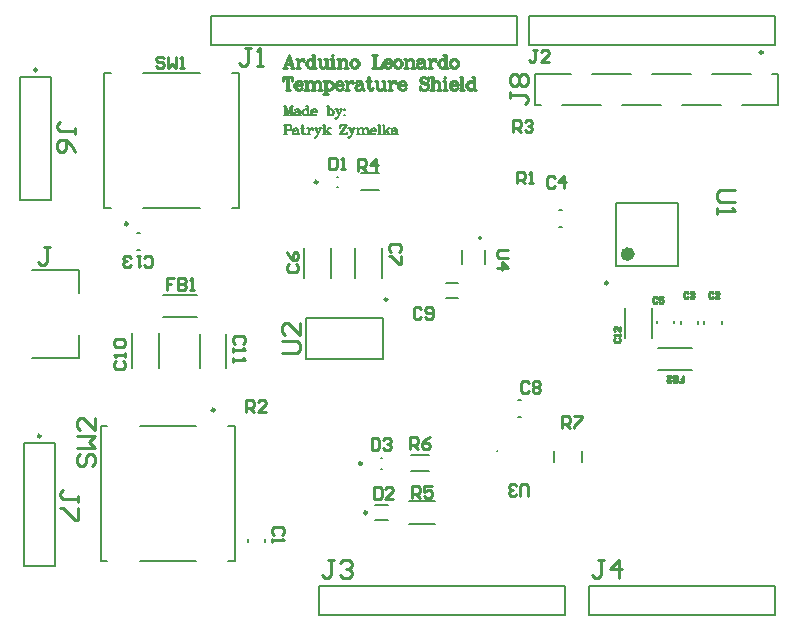
<source format=gto>
G04*
G04 #@! TF.GenerationSoftware,Altium Limited,Altium Designer,23.10.1 (27)*
G04*
G04 Layer_Color=65535*
%FSLAX44Y44*%
%MOMM*%
G71*
G04*
G04 #@! TF.SameCoordinates,16AF5725-B043-4F5C-9A0C-3E45E005BEA5*
G04*
G04*
G04 #@! TF.FilePolarity,Positive*
G04*
G01*
G75*
%ADD10C,0.2500*%
%ADD11C,0.6000*%
%ADD12C,0.2000*%
%ADD13C,0.1270*%
%ADD14C,0.2300*%
%ADD15C,0.1600*%
%ADD16C,0.2540*%
D10*
X262750Y379750D02*
G03*
X262750Y379750I-1250J0D01*
G01*
X28250Y164700D02*
G03*
X28250Y164700I-1250J0D01*
G01*
X175500Y186750D02*
G03*
X175500Y186750I-1250J0D01*
G01*
X304500Y99750D02*
G03*
X304500Y99750I-1250J0D01*
G01*
X508500Y294250D02*
G03*
X508500Y294250I-1250J0D01*
G01*
X321750Y280450D02*
G03*
X321750Y280450I-1250J0D01*
G01*
X102000Y344250D02*
G03*
X102000Y344250I-1250J0D01*
G01*
X25250Y474750D02*
G03*
X25250Y474750I-1250J0D01*
G01*
X639600Y489500D02*
G03*
X639600Y489500I-1250J0D01*
G01*
X300250Y141500D02*
G03*
X300250Y141500I-1250J0D01*
G01*
D11*
X528250Y318750D02*
G03*
X528250Y318750I-3000J0D01*
G01*
D12*
X401300Y332350D02*
G03*
X401300Y332350I-1000J0D01*
G01*
X279000Y375250D02*
X280000D01*
X279000Y384250D02*
X280000D01*
X299852Y387112D02*
X314577D01*
X299852Y373388D02*
X314577D01*
X340000Y90250D02*
X362000D01*
X340000Y109750D02*
X362000D01*
X590250Y259500D02*
Y262000D01*
X604750Y259500D02*
Y262000D01*
X570000Y259750D02*
Y262250D01*
X584500Y259750D02*
Y262250D01*
X550250Y260000D02*
Y262500D01*
X564750Y260000D02*
Y262500D01*
X551209Y220709D02*
X579791D01*
X551209Y239291D02*
X579791D01*
X545500Y247611D02*
Y272773D01*
X523000Y247611D02*
Y272773D01*
X40100Y54600D02*
Y158700D01*
X13900Y54600D02*
X40100D01*
X13900D02*
Y158700D01*
X40100D01*
X193000Y59000D02*
Y173000D01*
X79000Y59000D02*
X84750D01*
X112250D02*
X159750D01*
X187250D02*
X193000D01*
X79000D02*
Y173000D01*
X84750D01*
X112250D02*
X159750D01*
X187250D02*
X193000D01*
X204000Y75000D02*
Y77500D01*
X218500Y75000D02*
Y77500D01*
X342137Y148612D02*
X356862D01*
X342137Y134887D02*
X356862D01*
X311500Y93500D02*
X322500D01*
X311500Y106000D02*
X322500D01*
X462500Y142750D02*
Y151750D01*
X486500Y142750D02*
Y151750D01*
X432000Y195250D02*
X434500D01*
X432000Y180750D02*
X434500D01*
X515250Y308750D02*
X568250D01*
X515250Y361750D02*
X568250D01*
X515250Y308750D02*
Y361750D01*
X568250Y308750D02*
Y361750D01*
X466750Y341500D02*
X469250D01*
X466750Y356000D02*
X469250D01*
X294750Y298711D02*
Y323773D01*
X317250Y298711D02*
Y323773D01*
X251250Y298461D02*
Y323523D01*
X273750Y298461D02*
Y323523D01*
X318025Y229975D02*
Y265025D01*
X252975Y229975D02*
X318025D01*
X252975D02*
Y265025D01*
X318025D01*
X110000Y322500D02*
X112500D01*
X110000Y337000D02*
X112500D01*
X82000Y358000D02*
Y472000D01*
X190250D02*
X196000D01*
X115250D02*
X162750D01*
X82000D02*
X87750D01*
X196000Y358000D02*
Y472000D01*
X190250Y358000D02*
X196000D01*
X115250D02*
X162750D01*
X82000D02*
X87750D01*
X37100Y364650D02*
Y468750D01*
X10900Y364650D02*
X37100D01*
X10900D02*
Y468750D01*
X37100D01*
X60520Y285970D02*
Y304970D01*
X21020D02*
X60520D01*
Y230970D02*
Y249970D01*
X21020Y230970D02*
X60520D01*
X185281Y222169D02*
Y251331D01*
X162719Y222169D02*
Y251331D01*
X131959Y265209D02*
X160541D01*
X131959Y283791D02*
X160541D01*
X105469Y222669D02*
Y251831D01*
X128031Y222669D02*
Y251831D01*
X371750Y281400D02*
X381750D01*
X371750Y294100D02*
X381750D01*
X652350Y444650D02*
Y471350D01*
X446650D02*
X477150D01*
X494850D02*
X527950D01*
X545650D02*
X578750D01*
X596450D02*
X629550D01*
X647250D02*
X652350D01*
X446650Y444650D02*
Y471350D01*
Y444650D02*
X451750D01*
X469450D02*
X502550D01*
X520250D02*
X553350D01*
X571050D02*
X604150D01*
X621850D02*
X652350D01*
X316500Y146000D02*
X317500D01*
X316500Y137000D02*
X317500D01*
X264150Y13350D02*
Y37450D01*
Y13350D02*
X472450D01*
Y37450D01*
X264150D02*
X472450D01*
X492750Y37465D02*
X650250D01*
X492750Y13335D02*
X650250D01*
X492750D02*
Y37465D01*
X650250Y13335D02*
Y37465D01*
Y495950D02*
Y520050D01*
X441950D02*
X650250D01*
X441950Y495950D02*
Y520050D01*
Y495950D02*
X650250D01*
X172710Y520065D02*
X431810D01*
X172710Y495935D02*
X431810D01*
X172710D02*
Y520065D01*
X431810Y495935D02*
Y520065D01*
D13*
X415050Y151990D02*
G03*
X415050Y151990I-500J0D01*
G01*
X404500Y310000D02*
Y322000D01*
X385000Y310000D02*
Y322000D01*
D14*
X238263Y487431D02*
X234597Y476433D01*
X238263Y487431D02*
X241929Y476433D01*
X238263Y485859D02*
X241405Y476433D01*
X235645Y479575D02*
X240358D01*
X233550Y476433D02*
X236692D01*
X239834D02*
X242976D01*
X245962Y483765D02*
Y476433D01*
X246485Y483765D02*
Y476433D01*
Y480622D02*
X247009Y482194D01*
X248056Y483241D01*
X249104Y483765D01*
X250675D01*
X251199Y483241D01*
Y482717D01*
X250675Y482194D01*
X250151Y482717D01*
X250675Y483241D01*
X244391Y483765D02*
X246485D01*
X244391Y476433D02*
X248056D01*
X259159Y487431D02*
Y476433D01*
X259683Y487431D02*
Y476433D01*
X259159Y482194D02*
X258111Y483241D01*
X257064Y483765D01*
X256017D01*
X254445Y483241D01*
X253398Y482194D01*
X252874Y480622D01*
Y479575D01*
X253398Y478004D01*
X254445Y476957D01*
X256017Y476433D01*
X257064D01*
X258111Y476957D01*
X259159Y478004D01*
X256017Y483765D02*
X254969Y483241D01*
X253922Y482194D01*
X253398Y480622D01*
Y479575D01*
X253922Y478004D01*
X254969Y476957D01*
X256017Y476433D01*
X257588Y487431D02*
X259683D01*
X259159Y476433D02*
X261254D01*
X264343Y483765D02*
Y478004D01*
X264867Y476957D01*
X266438Y476433D01*
X267486D01*
X269057Y476957D01*
X270104Y478004D01*
X264867Y483765D02*
Y478004D01*
X265391Y476957D01*
X266438Y476433D01*
X270104Y483765D02*
Y476433D01*
X270628Y483765D02*
Y476433D01*
X262772Y483765D02*
X264867D01*
X268533D02*
X270628D01*
X270104Y476433D02*
X272199D01*
X275184Y487431D02*
X274660Y486907D01*
X275184Y486383D01*
X275708Y486907D01*
X275184Y487431D01*
Y483765D02*
Y476433D01*
X275708Y483765D02*
Y476433D01*
X273613Y483765D02*
X275708D01*
X273613Y476433D02*
X277279D01*
X280840Y483765D02*
Y476433D01*
X281364Y483765D02*
Y476433D01*
Y482194D02*
X282411Y483241D01*
X283982Y483765D01*
X285030D01*
X286600Y483241D01*
X287124Y482194D01*
Y476433D01*
X285030Y483765D02*
X286077Y483241D01*
X286600Y482194D01*
Y476433D01*
X279269Y483765D02*
X281364D01*
X279269Y476433D02*
X282935D01*
X285030D02*
X288695D01*
X293251Y483765D02*
X291680Y483241D01*
X290633Y482194D01*
X290109Y480622D01*
Y479575D01*
X290633Y478004D01*
X291680Y476957D01*
X293251Y476433D01*
X294299D01*
X295870Y476957D01*
X296917Y478004D01*
X297441Y479575D01*
Y480622D01*
X296917Y482194D01*
X295870Y483241D01*
X294299Y483765D01*
X293251D01*
X292204Y483241D01*
X291157Y482194D01*
X290633Y480622D01*
Y479575D01*
X291157Y478004D01*
X292204Y476957D01*
X293251Y476433D01*
X294299D02*
X295346Y476957D01*
X296394Y478004D01*
X296917Y479575D01*
Y480622D01*
X296394Y482194D01*
X295346Y483241D01*
X294299Y483765D01*
X310534Y487431D02*
Y476433D01*
X311057Y487431D02*
Y476433D01*
X308962Y487431D02*
X312628D01*
X308962Y476433D02*
X316818D01*
Y479575D01*
X316294Y476433D01*
X318913Y480622D02*
X325197D01*
Y481670D01*
X324673Y482717D01*
X324150Y483241D01*
X323102Y483765D01*
X321531D01*
X319960Y483241D01*
X318913Y482194D01*
X318389Y480622D01*
Y479575D01*
X318913Y478004D01*
X319960Y476957D01*
X321531Y476433D01*
X322579D01*
X324150Y476957D01*
X325197Y478004D01*
X324673Y480622D02*
Y482194D01*
X324150Y483241D01*
X321531Y483765D02*
X320484Y483241D01*
X319436Y482194D01*
X318913Y480622D01*
Y479575D01*
X319436Y478004D01*
X320484Y476957D01*
X321531Y476433D01*
X330015Y483765D02*
X328444Y483241D01*
X327397Y482194D01*
X326873Y480622D01*
Y479575D01*
X327397Y478004D01*
X328444Y476957D01*
X330015Y476433D01*
X331063D01*
X332634Y476957D01*
X333681Y478004D01*
X334205Y479575D01*
Y480622D01*
X333681Y482194D01*
X332634Y483241D01*
X331063Y483765D01*
X330015D01*
X328968Y483241D01*
X327920Y482194D01*
X327397Y480622D01*
Y479575D01*
X327920Y478004D01*
X328968Y476957D01*
X330015Y476433D01*
X331063D02*
X332110Y476957D01*
X333157Y478004D01*
X333681Y479575D01*
Y480622D01*
X333157Y482194D01*
X332110Y483241D01*
X331063Y483765D01*
X337399D02*
Y476433D01*
X337923Y483765D02*
Y476433D01*
Y482194D02*
X338970Y483241D01*
X340541Y483765D01*
X341589D01*
X343160Y483241D01*
X343684Y482194D01*
Y476433D01*
X341589Y483765D02*
X342636Y483241D01*
X343160Y482194D01*
Y476433D01*
X335828Y483765D02*
X337923D01*
X335828Y476433D02*
X339494D01*
X341589D02*
X345255D01*
X347716Y482717D02*
Y482194D01*
X347192D01*
Y482717D01*
X347716Y483241D01*
X348763Y483765D01*
X350858D01*
X351906Y483241D01*
X352429Y482717D01*
X352953Y481670D01*
Y478004D01*
X353477Y476957D01*
X354000Y476433D01*
X352429Y482717D02*
Y478004D01*
X352953Y476957D01*
X354000Y476433D01*
X354524D01*
X352429Y481670D02*
X351906Y481146D01*
X348763Y480622D01*
X347192Y480099D01*
X346669Y479051D01*
Y478004D01*
X347192Y476957D01*
X348763Y476433D01*
X350335D01*
X351382Y476957D01*
X352429Y478004D01*
X348763Y480622D02*
X347716Y480099D01*
X347192Y479051D01*
Y478004D01*
X347716Y476957D01*
X348763Y476433D01*
X357666Y483765D02*
Y476433D01*
X358190Y483765D02*
Y476433D01*
Y480622D02*
X358714Y482194D01*
X359761Y483241D01*
X360808Y483765D01*
X362380D01*
X362903Y483241D01*
Y482717D01*
X362380Y482194D01*
X361856Y482717D01*
X362380Y483241D01*
X356095Y483765D02*
X358190D01*
X356095Y476433D02*
X359761D01*
X370863Y487431D02*
Y476433D01*
X371387Y487431D02*
Y476433D01*
X370863Y482194D02*
X369816Y483241D01*
X368769Y483765D01*
X367721D01*
X366150Y483241D01*
X365103Y482194D01*
X364579Y480622D01*
Y479575D01*
X365103Y478004D01*
X366150Y476957D01*
X367721Y476433D01*
X368769D01*
X369816Y476957D01*
X370863Y478004D01*
X367721Y483765D02*
X366674Y483241D01*
X365626Y482194D01*
X365103Y480622D01*
Y479575D01*
X365626Y478004D01*
X366674Y476957D01*
X367721Y476433D01*
X369292Y487431D02*
X371387D01*
X370863Y476433D02*
X372958D01*
X377619Y483765D02*
X376048Y483241D01*
X375001Y482194D01*
X374477Y480622D01*
Y479575D01*
X375001Y478004D01*
X376048Y476957D01*
X377619Y476433D01*
X378667D01*
X380238Y476957D01*
X381285Y478004D01*
X381809Y479575D01*
Y480622D01*
X381285Y482194D01*
X380238Y483241D01*
X378667Y483765D01*
X377619D01*
X376572Y483241D01*
X375524Y482194D01*
X375001Y480622D01*
Y479575D01*
X375524Y478004D01*
X376572Y476957D01*
X377619Y476433D01*
X378667D02*
X379714Y476957D01*
X380761Y478004D01*
X381285Y479575D01*
Y480622D01*
X380761Y482194D01*
X379714Y483241D01*
X378667Y483765D01*
X237216Y468713D02*
Y457716D01*
X237740Y468713D02*
Y457716D01*
X234074Y468713D02*
X233550Y465571D01*
Y468713D01*
X241405D01*
Y465571D01*
X240882Y468713D01*
X235645Y457716D02*
X239311D01*
X243500Y461905D02*
X249785D01*
Y462953D01*
X249261Y464000D01*
X248737Y464524D01*
X247690Y465048D01*
X246119D01*
X244548Y464524D01*
X243500Y463476D01*
X242976Y461905D01*
Y460858D01*
X243500Y459287D01*
X244548Y458240D01*
X246119Y457716D01*
X247166D01*
X248737Y458240D01*
X249785Y459287D01*
X249261Y461905D02*
Y463476D01*
X248737Y464524D01*
X246119Y465048D02*
X245071Y464524D01*
X244024Y463476D01*
X243500Y461905D01*
Y460858D01*
X244024Y459287D01*
X245071Y458240D01*
X246119Y457716D01*
X253032Y465048D02*
Y457716D01*
X253555Y465048D02*
Y457716D01*
Y463476D02*
X254603Y464524D01*
X256174Y465048D01*
X257221D01*
X258792Y464524D01*
X259316Y463476D01*
Y457716D01*
X257221Y465048D02*
X258269Y464524D01*
X258792Y463476D01*
Y457716D01*
X259316Y463476D02*
X260363Y464524D01*
X261934Y465048D01*
X262982D01*
X264553Y464524D01*
X265077Y463476D01*
Y457716D01*
X262982Y465048D02*
X264029Y464524D01*
X264553Y463476D01*
Y457716D01*
X251460Y465048D02*
X253555D01*
X251460Y457716D02*
X255126D01*
X257221D02*
X260887D01*
X262982D02*
X266648D01*
X269057Y465048D02*
Y454050D01*
X269580Y465048D02*
Y454050D01*
Y463476D02*
X270628Y464524D01*
X271675Y465048D01*
X272722D01*
X274294Y464524D01*
X275341Y463476D01*
X275865Y461905D01*
Y460858D01*
X275341Y459287D01*
X274294Y458240D01*
X272722Y457716D01*
X271675D01*
X270628Y458240D01*
X269580Y459287D01*
X272722Y465048D02*
X273770Y464524D01*
X274817Y463476D01*
X275341Y461905D01*
Y460858D01*
X274817Y459287D01*
X273770Y458240D01*
X272722Y457716D01*
X267486Y465048D02*
X269580D01*
X267486Y454050D02*
X271152D01*
X277907Y461905D02*
X284191D01*
Y462953D01*
X283668Y464000D01*
X283144Y464524D01*
X282097Y465048D01*
X280526D01*
X278955Y464524D01*
X277907Y463476D01*
X277383Y461905D01*
Y460858D01*
X277907Y459287D01*
X278955Y458240D01*
X280526Y457716D01*
X281573D01*
X283144Y458240D01*
X284191Y459287D01*
X283668Y461905D02*
Y463476D01*
X283144Y464524D01*
X280526Y465048D02*
X279478Y464524D01*
X278431Y463476D01*
X277907Y461905D01*
Y460858D01*
X278431Y459287D01*
X279478Y458240D01*
X280526Y457716D01*
X287438Y465048D02*
Y457716D01*
X287962Y465048D02*
Y457716D01*
Y461905D02*
X288486Y463476D01*
X289533Y464524D01*
X290581Y465048D01*
X292152D01*
X292675Y464524D01*
Y464000D01*
X292152Y463476D01*
X291628Y464000D01*
X292152Y464524D01*
X285867Y465048D02*
X287962D01*
X285867Y457716D02*
X289533D01*
X295399Y464000D02*
Y463476D01*
X294875D01*
Y464000D01*
X295399Y464524D01*
X296446Y465048D01*
X298541D01*
X299588Y464524D01*
X300112Y464000D01*
X300636Y462953D01*
Y459287D01*
X301159Y458240D01*
X301683Y457716D01*
X300112Y464000D02*
Y459287D01*
X300636Y458240D01*
X301683Y457716D01*
X302207D01*
X300112Y462953D02*
X299588Y462429D01*
X296446Y461905D01*
X294875Y461382D01*
X294351Y460334D01*
Y459287D01*
X294875Y458240D01*
X296446Y457716D01*
X298017D01*
X299065Y458240D01*
X300112Y459287D01*
X296446Y461905D02*
X295399Y461382D01*
X294875Y460334D01*
Y459287D01*
X295399Y458240D01*
X296446Y457716D01*
X306920D02*
X306396Y458240D01*
X305873Y459811D01*
Y468713D01*
X305349D01*
Y459811D01*
X305873Y458240D01*
X306920Y457716D01*
X307967D01*
X309015Y458240D01*
X309538Y459287D01*
X303778Y465048D02*
X307967D01*
X312890D02*
Y459287D01*
X313414Y458240D01*
X314985Y457716D01*
X316032D01*
X317603Y458240D01*
X318651Y459287D01*
X313414Y465048D02*
Y459287D01*
X313937Y458240D01*
X314985Y457716D01*
X318651Y465048D02*
Y457716D01*
X319174Y465048D02*
Y457716D01*
X311319Y465048D02*
X313414D01*
X317080D02*
X319174D01*
X318651Y457716D02*
X320746D01*
X323731Y465048D02*
Y457716D01*
X324254Y465048D02*
Y457716D01*
Y461905D02*
X324778Y463476D01*
X325826Y464524D01*
X326873Y465048D01*
X328444D01*
X328968Y464524D01*
Y464000D01*
X328444Y463476D01*
X327920Y464000D01*
X328444Y464524D01*
X322160Y465048D02*
X324254D01*
X322160Y457716D02*
X325826D01*
X331167Y461905D02*
X337452D01*
Y462953D01*
X336928Y464000D01*
X336404Y464524D01*
X335357Y465048D01*
X333786D01*
X332215Y464524D01*
X331167Y463476D01*
X330644Y461905D01*
Y460858D01*
X331167Y459287D01*
X332215Y458240D01*
X333786Y457716D01*
X334833D01*
X336404Y458240D01*
X337452Y459287D01*
X336928Y461905D02*
Y463476D01*
X336404Y464524D01*
X333786Y465048D02*
X332738Y464524D01*
X331691Y463476D01*
X331167Y461905D01*
Y460858D01*
X331691Y459287D01*
X332738Y458240D01*
X333786Y457716D01*
X355833Y467142D02*
X356357Y468713D01*
Y465571D01*
X355833Y467142D01*
X354786Y468190D01*
X353215Y468713D01*
X351644D01*
X350073Y468190D01*
X349025Y467142D01*
Y466095D01*
X349549Y465048D01*
X350073Y464524D01*
X351120Y464000D01*
X354262Y462953D01*
X355310Y462429D01*
X356357Y461382D01*
X349025Y466095D02*
X350073Y465048D01*
X351120Y464524D01*
X354262Y463476D01*
X355310Y462953D01*
X355833Y462429D01*
X356357Y461382D01*
Y459287D01*
X355310Y458240D01*
X353739Y457716D01*
X352167D01*
X350596Y458240D01*
X349549Y459287D01*
X349025Y460858D01*
Y457716D01*
X349549Y459287D01*
X359552Y468713D02*
Y457716D01*
X360075Y468713D02*
Y457716D01*
Y463476D02*
X361123Y464524D01*
X362694Y465048D01*
X363741D01*
X365312Y464524D01*
X365836Y463476D01*
Y457716D01*
X363741Y465048D02*
X364789Y464524D01*
X365312Y463476D01*
Y457716D01*
X357980Y468713D02*
X360075D01*
X357980Y457716D02*
X361646D01*
X363741D02*
X367407D01*
X370392Y468713D02*
X369868Y468190D01*
X370392Y467666D01*
X370916Y468190D01*
X370392Y468713D01*
Y465048D02*
Y457716D01*
X370916Y465048D02*
Y457716D01*
X368821Y465048D02*
X370916D01*
X368821Y457716D02*
X372487D01*
X375001Y461905D02*
X381285D01*
Y462953D01*
X380761Y464000D01*
X380238Y464524D01*
X379190Y465048D01*
X377619D01*
X376048Y464524D01*
X375001Y463476D01*
X374477Y461905D01*
Y460858D01*
X375001Y459287D01*
X376048Y458240D01*
X377619Y457716D01*
X378667D01*
X380238Y458240D01*
X381285Y459287D01*
X380761Y461905D02*
Y463476D01*
X380238Y464524D01*
X377619Y465048D02*
X376572Y464524D01*
X375524Y463476D01*
X375001Y461905D01*
Y460858D01*
X375524Y459287D01*
X376572Y458240D01*
X377619Y457716D01*
X384532Y468713D02*
Y457716D01*
X385056Y468713D02*
Y457716D01*
X382961Y468713D02*
X385056D01*
X382961Y457716D02*
X386627D01*
X394901Y468713D02*
Y457716D01*
X395425Y468713D02*
Y457716D01*
X394901Y463476D02*
X393854Y464524D01*
X392806Y465048D01*
X391759D01*
X390188Y464524D01*
X389141Y463476D01*
X388617Y461905D01*
Y460858D01*
X389141Y459287D01*
X390188Y458240D01*
X391759Y457716D01*
X392806D01*
X393854Y458240D01*
X394901Y459287D01*
X391759Y465048D02*
X390712Y464524D01*
X389664Y463476D01*
X389141Y461905D01*
Y460858D01*
X389664Y459287D01*
X390712Y458240D01*
X391759Y457716D01*
X393330Y468713D02*
X395425D01*
X394901Y457716D02*
X396996D01*
D15*
X235243Y444118D02*
Y436120D01*
X235623Y444118D02*
X237909Y437263D01*
X235243Y444118D02*
X237909Y436120D01*
X240575Y444118D02*
X237909Y436120D01*
X240575Y444118D02*
Y436120D01*
X240956Y444118D02*
Y436120D01*
X234100Y444118D02*
X235623D01*
X240575D02*
X242098D01*
X234100Y436120D02*
X236385D01*
X239432D02*
X242098D01*
X243774Y440691D02*
Y440310D01*
X243393D01*
Y440691D01*
X243774Y441072D01*
X244536Y441452D01*
X246059D01*
X246821Y441072D01*
X247202Y440691D01*
X247583Y439929D01*
Y437263D01*
X247964Y436501D01*
X248345Y436120D01*
X247202Y440691D02*
Y437263D01*
X247583Y436501D01*
X248345Y436120D01*
X248725D01*
X247202Y439929D02*
X246821Y439548D01*
X244536Y439167D01*
X243393Y438786D01*
X243012Y438024D01*
Y437263D01*
X243393Y436501D01*
X244536Y436120D01*
X245679D01*
X246440Y436501D01*
X247202Y437263D01*
X244536Y439167D02*
X243774Y438786D01*
X243393Y438024D01*
Y437263D01*
X243774Y436501D01*
X244536Y436120D01*
X254438Y444118D02*
Y436120D01*
X254819Y444118D02*
Y436120D01*
X254438Y440310D02*
X253677Y441072D01*
X252915Y441452D01*
X252153D01*
X251011Y441072D01*
X250249Y440310D01*
X249868Y439167D01*
Y438405D01*
X250249Y437263D01*
X251011Y436501D01*
X252153Y436120D01*
X252915D01*
X253677Y436501D01*
X254438Y437263D01*
X252153Y441452D02*
X251392Y441072D01*
X250630Y440310D01*
X250249Y439167D01*
Y438405D01*
X250630Y437263D01*
X251392Y436501D01*
X252153Y436120D01*
X253296Y444118D02*
X254819D01*
X254438Y436120D02*
X255962D01*
X257447Y439167D02*
X262018D01*
Y439929D01*
X261637Y440691D01*
X261256Y441072D01*
X260494Y441452D01*
X259352D01*
X258209Y441072D01*
X257447Y440310D01*
X257066Y439167D01*
Y438405D01*
X257447Y437263D01*
X258209Y436501D01*
X259352Y436120D01*
X260114D01*
X261256Y436501D01*
X262018Y437263D01*
X261637Y439167D02*
Y440310D01*
X261256Y441072D01*
X259352Y441452D02*
X258590Y441072D01*
X257828Y440310D01*
X257447Y439167D01*
Y438405D01*
X257828Y437263D01*
X258590Y436501D01*
X259352Y436120D01*
X271578Y444118D02*
Y436120D01*
X271959Y444118D02*
Y436120D01*
Y440310D02*
X272720Y441072D01*
X273482Y441452D01*
X274244D01*
X275386Y441072D01*
X276148Y440310D01*
X276529Y439167D01*
Y438405D01*
X276148Y437263D01*
X275386Y436501D01*
X274244Y436120D01*
X273482D01*
X272720Y436501D01*
X271959Y437263D01*
X274244Y441452D02*
X275005Y441072D01*
X275767Y440310D01*
X276148Y439167D01*
Y438405D01*
X275767Y437263D01*
X275005Y436501D01*
X274244Y436120D01*
X270435Y444118D02*
X271959D01*
X278395Y441452D02*
X280681Y436120D01*
X278776Y441452D02*
X280681Y436882D01*
X282966Y441452D02*
X280681Y436120D01*
X279919Y434597D01*
X279157Y433835D01*
X278395Y433454D01*
X278014D01*
X277634Y433835D01*
X278014Y434216D01*
X278395Y433835D01*
X277634Y441452D02*
X279919D01*
X281442D02*
X283727D01*
X285213D02*
X284832Y441072D01*
X285213Y440691D01*
X285594Y441072D01*
X285213Y441452D01*
Y436882D02*
X284832Y436501D01*
X285213Y436120D01*
X285594Y436501D01*
X285213Y436882D01*
X235243Y428014D02*
Y420016D01*
X235623Y428014D02*
Y420016D01*
X234100Y428014D02*
X238670D01*
X239813Y427634D01*
X240194Y427253D01*
X240575Y426491D01*
Y425348D01*
X240194Y424587D01*
X239813Y424206D01*
X238670Y423825D01*
X235623D01*
X238670Y428014D02*
X239432Y427634D01*
X239813Y427253D01*
X240194Y426491D01*
Y425348D01*
X239813Y424587D01*
X239432Y424206D01*
X238670Y423825D01*
X234100Y420016D02*
X236766D01*
X242403Y424587D02*
Y424206D01*
X242022D01*
Y424587D01*
X242403Y424967D01*
X243165Y425348D01*
X244688D01*
X245450Y424967D01*
X245831Y424587D01*
X246212Y423825D01*
Y421159D01*
X246593Y420397D01*
X246973Y420016D01*
X245831Y424587D02*
Y421159D01*
X246212Y420397D01*
X246973Y420016D01*
X247354D01*
X245831Y423825D02*
X245450Y423444D01*
X243165Y423063D01*
X242022Y422682D01*
X241641Y421921D01*
Y421159D01*
X242022Y420397D01*
X243165Y420016D01*
X244307D01*
X245069Y420397D01*
X245831Y421159D01*
X243165Y423063D02*
X242403Y422682D01*
X242022Y421921D01*
Y421159D01*
X242403Y420397D01*
X243165Y420016D01*
X250782D02*
X250401Y420397D01*
X250020Y421540D01*
Y428014D01*
X249640D01*
Y421540D01*
X250020Y420397D01*
X250782Y420016D01*
X251544D01*
X252306Y420397D01*
X252687Y421159D01*
X248497Y425348D02*
X251544D01*
X255124D02*
Y420016D01*
X255505Y425348D02*
Y420016D01*
Y423063D02*
X255886Y424206D01*
X256648Y424967D01*
X257409Y425348D01*
X258552D01*
X258933Y424967D01*
Y424587D01*
X258552Y424206D01*
X258171Y424587D01*
X258552Y424967D01*
X253981Y425348D02*
X255505D01*
X253981Y420016D02*
X256648D01*
X260913Y425348D02*
X263199Y420016D01*
X261294Y425348D02*
X263199Y420778D01*
X265484Y425348D02*
X263199Y420016D01*
X262437Y418493D01*
X261675Y417731D01*
X260913Y417350D01*
X260532D01*
X260152Y417731D01*
X260532Y418112D01*
X260913Y417731D01*
X260152Y425348D02*
X262437D01*
X263960D02*
X266245D01*
X268493Y428014D02*
Y420016D01*
X268874Y428014D02*
Y420016D01*
X272682Y425348D02*
X268874Y421540D01*
X270778Y423063D02*
X273063Y420016D01*
X270397Y423063D02*
X272682Y420016D01*
X267350Y428014D02*
X268874D01*
X271540Y425348D02*
X273825D01*
X267350Y420016D02*
X270016D01*
X271540D02*
X273825D01*
X287041Y428014D02*
X282090Y420016D01*
X287422Y428014D02*
X282471Y420016D01*
Y428014D02*
X282090Y425729D01*
Y428014D01*
X287422D01*
X282090Y420016D02*
X287422D01*
Y422301D01*
X287041Y420016D01*
X289364Y425348D02*
X291650Y420016D01*
X289745Y425348D02*
X291650Y420778D01*
X293935Y425348D02*
X291650Y420016D01*
X290888Y418493D01*
X290126Y417731D01*
X289364Y417350D01*
X288983D01*
X288603Y417731D01*
X288983Y418112D01*
X289364Y417731D01*
X288603Y425348D02*
X290888D01*
X292411D02*
X294697D01*
X296944D02*
Y420016D01*
X297325Y425348D02*
Y420016D01*
Y424206D02*
X298086Y424967D01*
X299229Y425348D01*
X299991D01*
X301133Y424967D01*
X301514Y424206D01*
Y420016D01*
X299991Y425348D02*
X300753Y424967D01*
X301133Y424206D01*
Y420016D01*
X301514Y424206D02*
X302276Y424967D01*
X303419Y425348D01*
X304180D01*
X305323Y424967D01*
X305704Y424206D01*
Y420016D01*
X304180Y425348D02*
X304942Y424967D01*
X305323Y424206D01*
Y420016D01*
X295801Y425348D02*
X297325D01*
X295801Y420016D02*
X298467D01*
X299991D02*
X302657D01*
X304180D02*
X306846D01*
X307837Y423063D02*
X312407D01*
Y423825D01*
X312026Y424587D01*
X311645Y424967D01*
X310884Y425348D01*
X309741D01*
X308598Y424967D01*
X307837Y424206D01*
X307456Y423063D01*
Y422301D01*
X307837Y421159D01*
X308598Y420397D01*
X309741Y420016D01*
X310503D01*
X311645Y420397D01*
X312407Y421159D01*
X312026Y423063D02*
Y424206D01*
X311645Y424967D01*
X309741Y425348D02*
X308979Y424967D01*
X308218Y424206D01*
X307837Y423063D01*
Y422301D01*
X308218Y421159D01*
X308979Y420397D01*
X309741Y420016D01*
X314769Y428014D02*
Y420016D01*
X315149Y428014D02*
Y420016D01*
X313626Y428014D02*
X315149D01*
X313626Y420016D02*
X316292D01*
X318882Y428014D02*
Y420016D01*
X319263Y428014D02*
Y420016D01*
X323072Y425348D02*
X319263Y421540D01*
X321167Y423063D02*
X323452Y420016D01*
X320786Y423063D02*
X323072Y420016D01*
X317739Y428014D02*
X319263D01*
X321929Y425348D02*
X324214D01*
X317739Y420016D02*
X320405D01*
X321929D02*
X324214D01*
X326042Y424587D02*
Y424206D01*
X325662D01*
Y424587D01*
X326042Y424967D01*
X326804Y425348D01*
X328327D01*
X329089Y424967D01*
X329470Y424587D01*
X329851Y423825D01*
Y421159D01*
X330232Y420397D01*
X330613Y420016D01*
X329470Y424587D02*
Y421159D01*
X329851Y420397D01*
X330613Y420016D01*
X330994D01*
X329470Y423825D02*
X329089Y423444D01*
X326804Y423063D01*
X325662Y422682D01*
X325281Y421921D01*
Y421159D01*
X325662Y420397D01*
X326804Y420016D01*
X327947D01*
X328708Y420397D01*
X329470Y421159D01*
X326804Y423063D02*
X326042Y422682D01*
X325662Y421921D01*
Y421159D01*
X326042Y420397D01*
X326804Y420016D01*
D16*
X272335Y400498D02*
Y390502D01*
X277334D01*
X279000Y392168D01*
Y398832D01*
X277334Y400498D01*
X272335D01*
X282332Y390502D02*
X285665D01*
X283998D01*
Y400498D01*
X282332Y398832D01*
X597417Y285448D02*
X596584Y286280D01*
X594918D01*
X594085Y285448D01*
Y282115D01*
X594918Y281282D01*
X596584D01*
X597417Y282115D01*
X602416Y281282D02*
X599083D01*
X602416Y284614D01*
Y285448D01*
X601582Y286280D01*
X599916D01*
X599083Y285448D01*
X576026Y285463D02*
X575192Y286296D01*
X573526D01*
X572693Y285463D01*
Y282131D01*
X573526Y281298D01*
X575192D01*
X576026Y282131D01*
X577692Y285463D02*
X578525Y286296D01*
X580191D01*
X581024Y285463D01*
Y284630D01*
X580191Y283797D01*
X579358D01*
X580191D01*
X581024Y282964D01*
Y282131D01*
X580191Y281298D01*
X578525D01*
X577692Y282131D01*
X550417Y281666D02*
X549584Y282499D01*
X547918D01*
X547085Y281666D01*
Y278334D01*
X547918Y277501D01*
X549584D01*
X550417Y278334D01*
X555415Y282499D02*
X552083D01*
Y280000D01*
X553749Y280833D01*
X554582D01*
X555415Y280000D01*
Y278334D01*
X554582Y277501D01*
X552916D01*
X552083Y278334D01*
X568332Y210751D02*
X571665D01*
Y213250D01*
X569998D01*
X571665D01*
Y215749D01*
X566666Y210751D02*
Y215749D01*
X564167D01*
X563334Y214916D01*
Y214083D01*
X564167Y213250D01*
X566666D01*
X564167D01*
X563334Y212417D01*
Y211584D01*
X564167Y210751D01*
X566666D01*
X558335Y215749D02*
X561668D01*
X558335Y212417D01*
Y211584D01*
X559169Y210751D01*
X560835D01*
X561668Y211584D01*
X514584Y247584D02*
X513751Y246751D01*
Y245085D01*
X514584Y244252D01*
X517916D01*
X518749Y245085D01*
Y246751D01*
X517916Y247584D01*
X518749Y249250D02*
Y250917D01*
Y250084D01*
X513751D01*
X514584Y249250D01*
X518749Y256748D02*
Y253416D01*
X515417Y256748D01*
X514584D01*
X513751Y255915D01*
Y254249D01*
X514584Y253416D01*
X425632Y455961D02*
Y450882D01*
Y453422D01*
X438328D01*
X440868Y450882D01*
Y448343D01*
X438328Y445804D01*
X428172Y461039D02*
X425632Y463578D01*
Y468657D01*
X428172Y471196D01*
X430711D01*
X433250Y468657D01*
X435789Y471196D01*
X438328D01*
X440868Y468657D01*
Y463578D01*
X438328Y461039D01*
X435789D01*
X433250Y463578D01*
X430711Y461039D01*
X428172D01*
X433250Y463578D02*
Y468657D01*
X91653Y228433D02*
X89987Y226767D01*
Y223435D01*
X91653Y221769D01*
X98318D01*
X99984Y223435D01*
Y226767D01*
X98318Y228433D01*
X99984Y231765D02*
Y235098D01*
Y233432D01*
X89987D01*
X91653Y231765D01*
Y240096D02*
X89987Y241762D01*
Y245095D01*
X91653Y246761D01*
X98318D01*
X99984Y245095D01*
Y241762D01*
X98318Y240096D01*
X91653D01*
X342669Y112002D02*
Y121998D01*
X347668D01*
X349334Y120332D01*
Y117000D01*
X347668Y115334D01*
X342669D01*
X346002D02*
X349334Y112002D01*
X359331Y121998D02*
X352666D01*
Y117000D01*
X355998Y118666D01*
X357664D01*
X359331Y117000D01*
Y113668D01*
X357664Y112002D01*
X354332D01*
X352666Y113668D01*
X61672Y149093D02*
X59132Y146554D01*
Y141476D01*
X61672Y138937D01*
X64211D01*
X66750Y141476D01*
Y146554D01*
X69289Y149093D01*
X71828D01*
X74367Y146554D01*
Y141476D01*
X71828Y138937D01*
X59132Y154172D02*
X74367D01*
X69289Y159250D01*
X74367Y164328D01*
X59132D01*
X74367Y179563D02*
Y169407D01*
X64211Y179563D01*
X61672D01*
X59132Y177024D01*
Y171946D01*
X61672Y169407D01*
X132533Y484332D02*
X130866Y485998D01*
X127534D01*
X125868Y484332D01*
Y482666D01*
X127534Y481000D01*
X130866D01*
X132533Y479334D01*
Y477668D01*
X130866Y476001D01*
X127534D01*
X125868Y477668D01*
X135865Y485998D02*
Y476001D01*
X139197Y479334D01*
X142529Y476001D01*
Y485998D01*
X145862Y476001D02*
X149194D01*
X147528D01*
Y485998D01*
X145862Y484332D01*
X424248Y322081D02*
X415918D01*
X414252Y320415D01*
Y317082D01*
X415918Y315416D01*
X424248D01*
X414252Y307085D02*
X424248D01*
X419250Y312084D01*
Y305419D01*
X441081Y114002D02*
Y122332D01*
X439414Y123998D01*
X436082D01*
X434416Y122332D01*
Y114002D01*
X431084Y115668D02*
X429418Y114002D01*
X426086D01*
X424419Y115668D01*
Y117334D01*
X426086Y119000D01*
X427752D01*
X426086D01*
X424419Y120666D01*
Y122332D01*
X426086Y123998D01*
X429418D01*
X431084Y122332D01*
X232882Y235304D02*
X245578D01*
X248118Y237843D01*
Y242922D01*
X245578Y245461D01*
X232882D01*
X248118Y260696D02*
Y250539D01*
X237961Y260696D01*
X235422D01*
X232882Y258157D01*
Y253078D01*
X235422Y250539D01*
X616368Y372907D02*
X603672D01*
X601133Y370368D01*
Y365289D01*
X603672Y362750D01*
X616368D01*
X601133Y357672D02*
Y352593D01*
Y355132D01*
X616368D01*
X613828Y357672D01*
X469669Y171252D02*
Y181248D01*
X474668D01*
X476334Y179582D01*
Y176250D01*
X474668Y174584D01*
X469669D01*
X473002D02*
X476334Y171252D01*
X479666Y181248D02*
X486331D01*
Y179582D01*
X479666Y172918D01*
Y171252D01*
X341169Y153752D02*
Y163748D01*
X346168D01*
X347834Y162082D01*
Y158750D01*
X346168Y157084D01*
X341169D01*
X344502D02*
X347834Y153752D01*
X357831Y163748D02*
X354498Y162082D01*
X351166Y158750D01*
Y155418D01*
X352832Y153752D01*
X356165D01*
X357831Y155418D01*
Y157084D01*
X356165Y158750D01*
X351166D01*
X297121Y389252D02*
Y399248D01*
X302119D01*
X303785Y397582D01*
Y394250D01*
X302119Y392584D01*
X297121D01*
X300453D02*
X303785Y389252D01*
X312116D02*
Y399248D01*
X307118Y394250D01*
X313782D01*
X427919Y422252D02*
Y432248D01*
X432918D01*
X434584Y430582D01*
Y427250D01*
X432918Y425584D01*
X427919D01*
X431252D02*
X434584Y422252D01*
X437916Y430582D02*
X439582Y432248D01*
X442915D01*
X444581Y430582D01*
Y428916D01*
X442915Y427250D01*
X441248D01*
X442915D01*
X444581Y425584D01*
Y423918D01*
X442915Y422252D01*
X439582D01*
X437916Y423918D01*
X202419Y185252D02*
Y195248D01*
X207418D01*
X209084Y193582D01*
Y190250D01*
X207418Y188584D01*
X202419D01*
X205752D02*
X209084Y185252D01*
X219081D02*
X212416D01*
X219081Y191916D01*
Y193582D01*
X217414Y195248D01*
X214082D01*
X212416Y193582D01*
X431836Y378502D02*
Y388498D01*
X436834D01*
X438500Y386832D01*
Y383500D01*
X436834Y381834D01*
X431836D01*
X435168D02*
X438500Y378502D01*
X441832D02*
X445164D01*
X443498D01*
Y388498D01*
X441832Y386832D01*
X36078Y325117D02*
X31000D01*
X33539D01*
Y312422D01*
X31000Y309883D01*
X28461D01*
X25922Y312422D01*
X60045Y109189D02*
Y114268D01*
Y111728D01*
X47349D01*
X44810Y114268D01*
Y116807D01*
X47349Y119346D01*
X60045Y104111D02*
Y93954D01*
X57506D01*
X47349Y104111D01*
X44810D01*
X57368Y420789D02*
Y425868D01*
Y423328D01*
X44672D01*
X42133Y425868D01*
Y428407D01*
X44672Y430946D01*
X57368Y405554D02*
X54828Y410633D01*
X49750Y415711D01*
X44672D01*
X42133Y413172D01*
Y408093D01*
X44672Y405554D01*
X47211D01*
X49750Y408093D01*
Y415711D01*
X141502Y298498D02*
X134837D01*
Y293500D01*
X138169D01*
X134837D01*
Y288502D01*
X144834Y298498D02*
Y288502D01*
X149832D01*
X151498Y290168D01*
Y291834D01*
X149832Y293500D01*
X144834D01*
X149832D01*
X151498Y295166D01*
Y296832D01*
X149832Y298498D01*
X144834D01*
X154831Y288502D02*
X158163D01*
X156497D01*
Y298498D01*
X154831Y296832D01*
X308419Y162748D02*
Y152752D01*
X313418D01*
X315084Y154418D01*
Y161082D01*
X313418Y162748D01*
X308419D01*
X318416Y161082D02*
X320082Y162748D01*
X323414D01*
X325081Y161082D01*
Y159416D01*
X323414Y157750D01*
X321748D01*
X323414D01*
X325081Y156084D01*
Y154418D01*
X323414Y152752D01*
X320082D01*
X318416Y154418D01*
X310169Y121748D02*
Y111752D01*
X315168D01*
X316834Y113418D01*
Y120082D01*
X315168Y121748D01*
X310169D01*
X326831Y111752D02*
X320166D01*
X326831Y118416D01*
Y120082D01*
X325164Y121748D01*
X321832D01*
X320166Y120082D01*
X116081Y309168D02*
X117748Y307502D01*
X121080D01*
X122746Y309168D01*
Y315832D01*
X121080Y317498D01*
X117748D01*
X116081Y315832D01*
X112749Y317498D02*
X109417D01*
X111083D01*
Y307502D01*
X112749Y309168D01*
X104418D02*
X102752Y307502D01*
X99420D01*
X97754Y309168D01*
Y310834D01*
X99420Y312500D01*
X101086D01*
X99420D01*
X97754Y314166D01*
Y315832D01*
X99420Y317498D01*
X102752D01*
X104418Y315832D01*
X199582Y242415D02*
X201248Y244081D01*
Y247414D01*
X199582Y249080D01*
X192918D01*
X191252Y247414D01*
Y244081D01*
X192918Y242415D01*
X191252Y239083D02*
Y235751D01*
Y237417D01*
X201248D01*
X199582Y239083D01*
X191252Y230752D02*
Y227420D01*
Y229086D01*
X201248D01*
X199582Y230752D01*
X350584Y272082D02*
X348918Y273748D01*
X345586D01*
X343919Y272082D01*
Y265418D01*
X345586Y263752D01*
X348918D01*
X350584Y265418D01*
X353916D02*
X355582Y263752D01*
X358914D01*
X360581Y265418D01*
Y272082D01*
X358914Y273748D01*
X355582D01*
X353916Y272082D01*
Y270416D01*
X355582Y268750D01*
X360581D01*
X441334Y209582D02*
X439668Y211248D01*
X436335D01*
X434669Y209582D01*
Y202918D01*
X436335Y201252D01*
X439668D01*
X441334Y202918D01*
X444666Y209582D02*
X446332Y211248D01*
X449664D01*
X451331Y209582D01*
Y207916D01*
X449664Y206250D01*
X451331Y204584D01*
Y202918D01*
X449664Y201252D01*
X446332D01*
X444666Y202918D01*
Y204584D01*
X446332Y206250D01*
X444666Y207916D01*
Y209582D01*
X446332Y206250D02*
X449664D01*
X331832Y320416D02*
X333498Y322082D01*
Y325415D01*
X331832Y327081D01*
X325168D01*
X323502Y325415D01*
Y322082D01*
X325168Y320416D01*
X333498Y317084D02*
Y310419D01*
X331832D01*
X325168Y317084D01*
X323502D01*
X238168Y310084D02*
X236502Y308418D01*
Y305086D01*
X238168Y303419D01*
X244832D01*
X246498Y305086D01*
Y308418D01*
X244832Y310084D01*
X236502Y320081D02*
X238168Y316748D01*
X241500Y313416D01*
X244832D01*
X246498Y315082D01*
Y318414D01*
X244832Y320081D01*
X243166D01*
X241500Y318414D01*
Y313416D01*
X463334Y383082D02*
X461668Y384748D01*
X458335D01*
X456669Y383082D01*
Y376418D01*
X458335Y374752D01*
X461668D01*
X463334Y376418D01*
X471665Y374752D02*
Y384748D01*
X466666Y379750D01*
X473331D01*
X232582Y81250D02*
X234248Y82916D01*
Y86248D01*
X232582Y87914D01*
X225918D01*
X224252Y86248D01*
Y82916D01*
X225918Y81250D01*
X224252Y77918D02*
Y74585D01*
Y76252D01*
X234248D01*
X232582Y77918D01*
X505461Y59688D02*
X500382D01*
X502922D01*
Y46992D01*
X500382Y44453D01*
X497843D01*
X495304Y46992D01*
X518157Y44453D02*
Y59688D01*
X510539Y52070D01*
X520696D01*
X276861Y59688D02*
X271782D01*
X274322D01*
Y46992D01*
X271782Y44453D01*
X269243D01*
X266704Y46992D01*
X281939Y57148D02*
X284478Y59688D01*
X289557D01*
X292096Y57148D01*
Y54609D01*
X289557Y52070D01*
X287017D01*
X289557D01*
X292096Y49531D01*
Y46992D01*
X289557Y44453D01*
X284478D01*
X281939Y46992D01*
X448584Y491498D02*
X445252D01*
X446918D01*
Y483168D01*
X445252Y481502D01*
X443586D01*
X441919Y483168D01*
X458581Y481502D02*
X451916D01*
X458581Y488166D01*
Y489832D01*
X456914Y491498D01*
X453582D01*
X451916Y489832D01*
X206500Y492998D02*
X201502D01*
X204001D01*
Y480502D01*
X201502Y478002D01*
X199002D01*
X196503Y480502D01*
X211498Y478002D02*
X216497D01*
X213998D01*
Y492998D01*
X211498Y490498D01*
M02*

</source>
